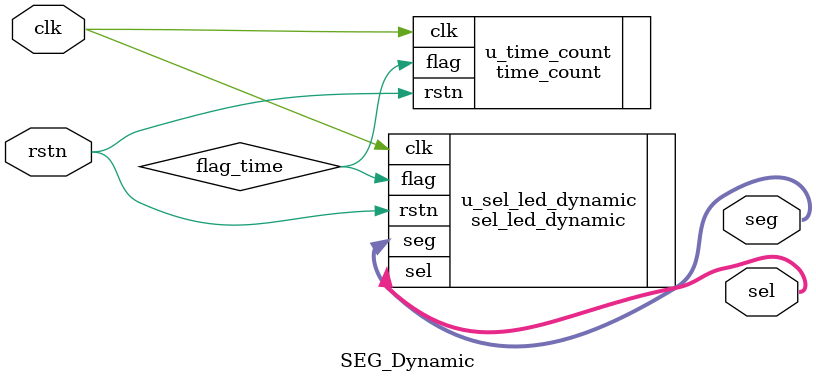
<source format=v>
module SEG_Dynamic (
    input   wire    clk     ,
    input   wire    rstn    ,

    output  wire    [5:0]   sel     ,
    output  wire    [7:0]   seg
);
    parameter   MAX_500ms   =   25'd2500_0000;

    wire     flag_time    ;

    time_count #(.MAX_500ms(MAX_500ms)) u_time_count(
        .clk    (clk)       ,
        .rstn   (rstn)      ,
        .flag   (flag_time) 
    );
    sel_led_dynamic u_sel_led_dynamic(
        .clk     (clk)          ,
        .rstn    (rstn)         ,  
        .flag    (flag_time)    , 
        .sel     (sel)          ,
        .seg     (seg)   
    );

endmodule //seg_top
</source>
